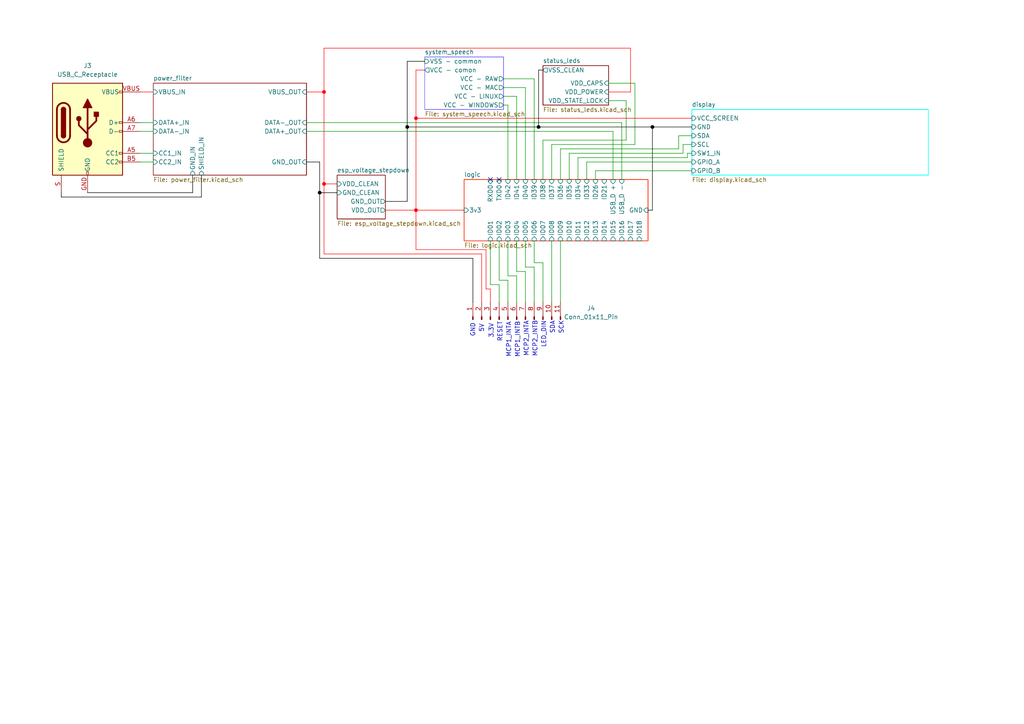
<source format=kicad_sch>
(kicad_sch (version 20250114) (generator "eeschema") (generator_version "9.0")
  (paper "A4")
  (title_block (title "Driver logic") (date "2026-02-10") (rev "1 - do not edit connector pin layout.") (company "Henry's Software House") (comment 1 "The logic required to drive the keyboard.") (comment 2 "Logic based on an ESP32-S2-wroover"))
  (lib_symbols
    (symbol "Connector:Conn_01x11_Pin" (pin_names (offset 1.016) (hide yes))
      (property "Reference" "J" (at 0 15.24 0))
      (property "Value" "Conn_01x11_Pin" (at 0 -15.24 0))
      (symbol "Conn_01x11_Pin_1_1"
        (rectangle (start 0.8636 12.827) (end 0 12.573) (stroke (width 0.1524)) (fill (type outline)))
        (rectangle (start 0.8636 10.287) (end 0 10.033) (stroke (width 0.1524)) (fill (type outline)))
        (rectangle (start 0.8636 7.747) (end 0 7.493) (stroke (width 0.1524)) (fill (type outline)))
        (rectangle (start 0.8636 5.207) (end 0 4.953) (stroke (width 0.1524)) (fill (type outline)))
        (rectangle (start 0.8636 2.667) (end 0 2.413) (stroke (width 0.1524)) (fill (type outline)))
        (rectangle (start 0.8636 0.127) (end 0 -0.127) (stroke (width 0.1524)) (fill (type outline)))
        (rectangle (start 0.8636 -2.413) (end 0 -2.667) (stroke (width 0.1524)) (fill (type outline)))
        (rectangle (start 0.8636 -4.953) (end 0 -5.207) (stroke (width 0.1524)) (fill (type outline)))
        (rectangle (start 0.8636 -7.493) (end 0 -7.747) (stroke (width 0.1524)) (fill (type outline)))
        (rectangle (start 0.8636 -10.033) (end 0 -10.287) (stroke (width 0.1524)) (fill (type outline)))
        (rectangle (start 0.8636 -12.573) (end 0 -12.827) (stroke (width 0.1524)) (fill (type outline)))
        (polyline (pts (xy 1.27 12.7) (xy 0.8636 12.7)) (stroke (width 0.1524)))
        (polyline (pts (xy 1.27 10.16) (xy 0.8636 10.16)) (stroke (width 0.1524)))
        (polyline (pts (xy 1.27 7.62) (xy 0.8636 7.62)) (stroke (width 0.1524)))
        (polyline (pts (xy 1.27 5.08) (xy 0.8636 5.08)) (stroke (width 0.1524)))
        (polyline (pts (xy 1.27 2.54) (xy 0.8636 2.54)) (stroke (width 0.1524)))
        (polyline (pts (xy 1.27 0) (xy 0.8636 0)) (stroke (width 0.1524)))
        (polyline (pts (xy 1.27 -2.54) (xy 0.8636 -2.54)) (stroke (width 0.1524)))
        (polyline (pts (xy 1.27 -5.08) (xy 0.8636 -5.08)) (stroke (width 0.1524)))
        (polyline (pts (xy 1.27 -7.62) (xy 0.8636 -7.62)) (stroke (width 0.1524)))
        (polyline (pts (xy 1.27 -10.16) (xy 0.8636 -10.16)) (stroke (width 0.1524)))
        (polyline (pts (xy 1.27 -12.7) (xy 0.8636 -12.7)) (stroke (width 0.1524)))
        (pin passive line (at 5.08 12.7 180) (length 3.81) (name "Pin_1") (number "1"))
        (pin passive line (at 5.08 10.16 180) (length 3.81) (name "Pin_2") (number "2"))
        (pin passive line (at 5.08 7.62 180) (length 3.81) (name "Pin_3") (number "3"))
        (pin passive line (at 5.08 5.08 180) (length 3.81) (name "Pin_4") (number "4"))
        (pin passive line (at 5.08 2.54 180) (length 3.81) (name "Pin_5") (number "5"))
        (pin passive line (at 5.08 0 180) (length 3.81) (name "Pin_6") (number "6"))
        (pin passive line (at 5.08 -2.54 180) (length 3.81) (name "Pin_7") (number "7"))
        (pin passive line (at 5.08 -5.08 180) (length 3.81) (name "Pin_8") (number "8"))
        (pin passive line (at 5.08 -7.62 180) (length 3.81) (name "Pin_9") (number "9"))
        (pin passive line (at 5.08 -10.16 180) (length 3.81) (name "Pin_10") (number "10"))
        (pin passive line (at 5.08 -12.7 180) (length 3.81) (name "Pin_11") (number "11"))
      )
    )
    (symbol "PCM_SparkFun-Connector:USB_C_Receptacle" (pin_names (offset 1.016))
      (property "Reference" "J" (at -10.16 12.7 0))
      (property "Value" "USB_C_Receptacle" (at 19.05 12.7 0))
      (symbol "USB_C_Receptacle_0_0"
        (rectangle (start -0.254 -15.24) (end 0.254 -14.224))
        (rectangle (start 10.16 9.144) (end 9.144 8.636))
        (rectangle (start 10.16 0.254) (end 9.144 -0.254))
        (rectangle (start 10.16 -2.286) (end 9.144 -2.794))
        (rectangle (start 10.16 -8.636) (end 9.144 -9.144))
        (rectangle (start 10.16 -11.176) (end 9.144 -11.684))
      )
      (symbol "USB_C_Receptacle_0_1"
        (rectangle (start -10.16 11.43) (end 10.16 -15.24) (stroke (width 0.254)) (fill (type background)))
        (polyline (pts (xy -8.89 -3.81) (xy -8.89 3.81)) (stroke (width 0.508)))
        (rectangle (start -7.62 -3.81) (end -6.35 3.81) (stroke (width 0.254)) (fill (type outline)))
        (arc (start -7.62 3.81) (mid -6.985 4.4423) (end -6.35 3.81) (stroke (width 0.254)))
        (arc (start -7.62 3.81) (mid -6.985 4.4423) (end -6.35 3.81) (stroke (width 0.254)) (fill (type outline)))
        (arc (start -8.89 3.81) (mid -6.985 5.7067) (end -5.08 3.81) (stroke (width 0.508)))
        (arc (start -5.08 -3.81) (mid -6.985 -5.7067) (end -8.89 -3.81) (stroke (width 0.508)))
        (arc (start -6.35 -3.81) (mid -6.985 -4.4423) (end -7.62 -3.81) (stroke (width 0.254)))
        (arc (start -6.35 -3.81) (mid -6.985 -4.4423) (end -7.62 -3.81) (stroke (width 0.254)) (fill (type outline)))
        (polyline (pts (xy -5.08 3.81) (xy -5.08 -3.81)) (stroke (width 0.508)))
        (circle (center -2.54 1.143) (radius 0.635) (stroke (width 0.254)) (fill (type outline)))
        (polyline (pts (xy -1.27 4.318) (xy 0 6.858) (xy 1.27 4.318) (xy -1.27 4.318)) (stroke (width 0.254)) (fill (type outline)))
        (polyline (pts (xy 0 -2.032) (xy 2.54 0.508) (xy 2.54 1.778)) (stroke (width 0.508)))
        (polyline (pts (xy 0 -3.302) (xy -2.54 -0.762) (xy -2.54 0.508)) (stroke (width 0.508)))
        (polyline (pts (xy 0 -5.842) (xy 0 4.318)) (stroke (width 0.508)))
        (circle (center 0 -5.842) (radius 1.27) (fill (type outline)))
        (rectangle (start 1.905 1.778) (end 3.175 3.048) (stroke (width 0.254)) (fill (type outline)))
      )
      (symbol "USB_C_Receptacle_1_1"
        (pin passive line (at -7.62 -20.32 90) (length 5.08) (name "SHIELD") (number "S"))
        (pin no_connect line (at -5.08 -15.24 90) (length 5.08) (hide yes) (name "NC") (number "NC1"))
        (pin no_connect line (at -3.81 -15.24 90) (length 5.08) (hide yes) (name "NC") (number "NC2"))
        (pin no_connect line (at -2.54 -15.24 90) (length 5.08) (hide yes) (name "NC") (number "NC3"))
        (pin passive line (at 0 -20.32 90) (length 5.08) (name "GND") (number "GND"))
        (pin no_connect line (at 2.54 -15.24 90) (length 5.08) (hide yes) (name "NC") (number "A8"))
        (pin no_connect line (at 3.81 -15.24 90) (length 5.08) (hide yes) (name "NC") (number "B8"))
        (pin power_out line (at 15.24 8.89 180) (length 5.08) (name "VBUS") (number "VBUS"))
        (pin bidirectional line (at 15.24 0 180) (length 5.08) (name "D+") (number "A6"))
        (pin bidirectional line (at 15.24 0 180) (length 5.08) (hide yes) (name "D+") (number "B6"))
        (pin bidirectional line (at 15.24 -2.54 180) (length 5.08) (name "D-") (number "A7"))
        (pin bidirectional line (at 15.24 -2.54 180) (length 5.08) (hide yes) (name "D-") (number "B7"))
        (pin bidirectional line (at 15.24 -8.89 180) (length 5.08) (name "CC1") (number "A5"))
        (pin bidirectional line (at 15.24 -11.43 180) (length 5.08) (name "CC2") (number "B5"))
      )
    )
  )
  (text "RESET" (at 145.034 96.266 90) (effects (font (size 1.27 1.27))))
  (text "LED_DIN" (at 157.734 97.028 90) (effects (font (size 1.27 1.27))))
  (text "GND" (at 137.16 95.758 90) (effects (font (size 1.27 1.27))))
  (text "MCP1_INTA" (at 147.574 98.552 90) (effects (font (size 1.27 1.27))))
  (text "MCP2_INTB" (at 155.194 98.298 90) (effects (font (size 1.27 1.27))))
  (text "5V" (at 139.7 95.25 90) (effects (font (size 1.27 1.27))))
  (text "MCP1_INTB" (at 150.114 98.552 90) (effects (font (size 1.27 1.27))))
  (text "MCP2_INTA" (at 152.654 98.298 90) (effects (font (size 1.27 1.27))))
  (text "3.3V" (at 142.494 96.012 90) (effects (font (size 1.27 1.27))))
  (text "SDA" (at 160.274 94.996 90) (effects (font (size 1.27 1.27))))
  (text "SCK" (at 162.814 94.996 90) (effects (font (size 1.27 1.27))))
  (junction (at 118.11 36.83) (color 0 0 0 1))
  (junction (at 92.71 55.88) (color 0 0 0 1))
  (junction (at 189.23 36.83) (color 0 0 0 1))
  (junction (at 120.65 34.29) (color 255 0 0 1))
  (junction (at 93.98 26.67) (color 255 0 0 1))
  (junction (at 93.98 53.34) (color 255 0 0 1))
  (junction (at 156.21 36.83) (color 0 0 0 1))
  (junction (at 120.65 60.96) (color 255 0 0 1))
  (no_connect (at 142.24 52.07))
  (no_connect (at 144.78 52.07))
  (wire (pts (xy 154.94 22.86) (xy 154.94 52.07)))
  (wire (pts (xy 167.64 45.72) (xy 199.39 45.72)))
  (wire (pts (xy 118.11 36.83) (xy 118.11 58.42)) (stroke (width 0) (color 0 0 0 1)))
  (wire (pts (xy 118.11 17.78) (xy 123.19 17.78)) (stroke (width 0) (color 0 0 0 1)))
  (wire (pts (xy 139.7 73.66) (xy 139.7 87.63)) (stroke (width 0) (color 255 0 0 1)))
  (wire (pts (xy 154.94 77.47) (xy 154.94 87.63)))
  (wire (pts (xy 200.66 41.91) (xy 198.12 41.91)))
  (wire (pts (xy 172.72 49.53) (xy 200.66 49.53)))
  (wire (pts (xy 157.48 76.2) (xy 157.48 87.63)))
  (wire (pts (xy 156.21 36.83) (xy 189.23 36.83)) (stroke (width 0) (color 0 0 0 1)))
  (wire (pts (xy 184.15 24.13) (xy 184.15 41.91)))
  (wire (pts (xy 180.34 35.56) (xy 180.34 52.07)))
  (wire (pts (xy 88.9 35.56) (xy 180.34 35.56)))
  (wire (pts (xy 40.64 46.99) (xy 44.45 46.99)))
  (wire (pts (xy 176.53 24.13) (xy 184.15 24.13)))
  (wire (pts (xy 40.64 38.1) (xy 44.45 38.1)))
  (wire (pts (xy 140.97 72.39) (xy 140.97 83.82)) (stroke (width 0) (color 255 0 0 1)))
  (wire (pts (xy 137.16 74.93) (xy 137.16 87.63)) (stroke (width 0) (color 0 0 0 1)))
  (wire (pts (xy 120.65 34.29) (xy 120.65 60.96)) (stroke (width 0) (color 255 0 0 1)))
  (wire (pts (xy 142.24 83.82) (xy 142.24 87.63)) (stroke (width 0) (color 255 0 0 1)))
  (wire (pts (xy 147.32 80.01) (xy 149.86 80.01)))
  (wire (pts (xy 146.05 25.4) (xy 152.4 25.4)))
  (wire (pts (xy 162.56 43.18) (xy 162.56 52.07)))
  (wire (pts (xy 149.86 80.01) (xy 149.86 87.63)))
  (wire (pts (xy 58.42 50.8) (xy 58.42 57.15)) (stroke (width 0) (color 0 0 0 1)))
  (wire (pts (xy 55.88 50.8) (xy 55.88 55.88)) (stroke (width 0) (color 0 0 0 1)))
  (wire (pts (xy 149.86 78.74) (xy 152.4 78.74)))
  (wire (pts (xy 187.96 60.96) (xy 189.23 60.96)) (stroke (width 0) (color 0 0 0 1)))
  (wire (pts (xy 149.86 27.94) (xy 149.86 52.07)))
  (wire (pts (xy 144.78 81.28) (xy 147.32 81.28)))
  (wire (pts (xy 111.76 60.96) (xy 120.65 60.96)) (stroke (width 0) (color 255 0 0 1)))
  (wire (pts (xy 181.61 29.21) (xy 181.61 40.64)))
  (wire (pts (xy 92.71 55.88) (xy 97.79 55.88)) (stroke (width 0) (color 0 0 0 1)))
  (wire (pts (xy 92.71 55.88) (xy 92.71 74.93)) (stroke (width 0) (color 0 0 0 1)))
  (wire (pts (xy 88.9 46.99) (xy 92.71 46.99)) (stroke (width 0) (color 0 0 0 1)))
  (wire (pts (xy 156.21 20.32) (xy 156.21 36.83)) (stroke (width 0) (color 0 0 0 1)))
  (wire (pts (xy 170.18 52.07) (xy 170.18 46.99)))
  (wire (pts (xy 58.42 57.15) (xy 17.78 57.15)) (stroke (width 0) (color 0 0 0 1)))
  (wire (pts (xy 170.18 46.99) (xy 200.66 46.99)))
  (wire (pts (xy 152.4 25.4) (xy 152.4 52.07)))
  (wire (pts (xy 88.9 26.67) (xy 93.98 26.67)) (stroke (width 0) (color 255 0 0 1)))
  (wire (pts (xy 157.48 40.64) (xy 157.48 52.07)))
  (wire (pts (xy 149.86 69.85) (xy 149.86 78.74)))
  (wire (pts (xy 120.65 72.39) (xy 140.97 72.39)) (stroke (width 0) (color 255 0 0 1)))
  (wire (pts (xy 199.39 44.45) (xy 199.39 45.72)))
  (wire (pts (xy 182.88 13.97) (xy 93.98 13.97)) (stroke (width 0) (color 255 0 0 1)))
  (wire (pts (xy 189.23 36.83) (xy 200.66 36.83)) (stroke (width 0) (color 0 0 0 1)))
  (wire (pts (xy 92.71 74.93) (xy 137.16 74.93)) (stroke (width 0) (color 0 0 0 1)))
  (wire (pts (xy 146.05 27.94) (xy 149.86 27.94)))
  (wire (pts (xy 147.32 52.07) (xy 147.32 30.48)))
  (wire (pts (xy 189.23 36.83) (xy 189.23 60.96)) (stroke (width 0) (color 0 0 0 1)))
  (wire (pts (xy 93.98 53.34) (xy 97.79 53.34)) (stroke (width 0) (color 255 0 0 1)))
  (wire (pts (xy 160.02 69.85) (xy 160.02 87.63)))
  (wire (pts (xy 157.48 20.32) (xy 156.21 20.32)) (stroke (width 0) (color 0 0 0 1)))
  (wire (pts (xy 146.05 30.48) (xy 147.32 30.48)))
  (wire (pts (xy 88.9 38.1) (xy 177.8 38.1)))
  (wire (pts (xy 165.1 44.45) (xy 165.1 52.07)))
  (wire (pts (xy 184.15 41.91) (xy 160.02 41.91)))
  (wire (pts (xy 140.97 83.82) (xy 142.24 83.82)) (stroke (width 0) (color 255 0 0 1)))
  (wire (pts (xy 144.78 69.85) (xy 144.78 81.28)))
  (wire (pts (xy 118.11 36.83) (xy 156.21 36.83)) (stroke (width 0) (color 0 0 0 1)))
  (wire (pts (xy 147.32 81.28) (xy 147.32 87.63)))
  (wire (pts (xy 152.4 77.47) (xy 154.94 77.47)))
  (wire (pts (xy 93.98 13.97) (xy 93.98 26.67)) (stroke (width 0) (color 255 0 0 1)))
  (wire (pts (xy 123.19 20.32) (xy 120.65 20.32)) (stroke (width 0) (color 255 0 0 1)))
  (wire (pts (xy 181.61 40.64) (xy 157.48 40.64)))
  (wire (pts (xy 177.8 38.1) (xy 177.8 52.07)))
  (wire (pts (xy 147.32 69.85) (xy 147.32 80.01)))
  (wire (pts (xy 198.12 41.91) (xy 198.12 44.45)))
  (wire (pts (xy 152.4 69.85) (xy 152.4 77.47)))
  (wire (pts (xy 144.78 82.55) (xy 144.78 87.63)))
  (wire (pts (xy 167.64 52.07) (xy 167.64 45.72)))
  (wire (pts (xy 182.88 26.67) (xy 182.88 13.97)) (stroke (width 0) (color 255 0 0 1)))
  (wire (pts (xy 200.66 39.37) (xy 196.85 39.37)))
  (wire (pts (xy 55.88 55.88) (xy 25.4 55.88)) (stroke (width 0) (color 0 0 0 1)))
  (wire (pts (xy 120.65 60.96) (xy 120.65 72.39)) (stroke (width 0) (color 255 0 0 1)))
  (wire (pts (xy 152.4 78.74) (xy 152.4 87.63)))
  (wire (pts (xy 120.65 20.32) (xy 120.65 34.29)) (stroke (width 0) (color 255 0 0 1)))
  (wire (pts (xy 120.65 34.29) (xy 200.66 34.29)) (stroke (width 0) (color 255 0 0 1)))
  (wire (pts (xy 40.64 26.67) (xy 44.45 26.67)) (stroke (width 0) (color 255 0 0 1)))
  (wire (pts (xy 200.66 44.45) (xy 199.39 44.45)))
  (wire (pts (xy 93.98 73.66) (xy 139.7 73.66)) (stroke (width 0) (color 255 0 0 1)))
  (wire (pts (xy 92.71 46.99) (xy 92.71 55.88)) (stroke (width 0) (color 0 0 0 1)))
  (wire (pts (xy 40.64 44.45) (xy 44.45 44.45)))
  (wire (pts (xy 165.1 44.45) (xy 198.12 44.45)))
  (wire (pts (xy 93.98 26.67) (xy 93.98 53.34)) (stroke (width 0) (color 255 0 0 1)))
  (wire (pts (xy 154.94 76.2) (xy 154.94 69.85)))
  (wire (pts (xy 142.24 82.55) (xy 144.78 82.55)))
  (wire (pts (xy 176.53 29.21) (xy 181.61 29.21)))
  (wire (pts (xy 120.65 60.96) (xy 134.62 60.96)) (stroke (width 0) (color 255 0 0 1)))
  (wire (pts (xy 142.24 69.85) (xy 142.24 82.55)))
  (wire (pts (xy 17.78 57.15) (xy 17.78 55.88)) (stroke (width 0) (color 0 0 0 1)))
  (wire (pts (xy 176.53 26.67) (xy 182.88 26.67)) (stroke (width 0) (color 255 0 0 1)))
  (wire (pts (xy 160.02 41.91) (xy 160.02 52.07)))
  (wire (pts (xy 172.72 52.07) (xy 172.72 49.53)))
  (wire (pts (xy 93.98 53.34) (xy 93.98 73.66)) (stroke (width 0) (color 255 0 0 1)))
  (wire (pts (xy 118.11 17.78) (xy 118.11 36.83)) (stroke (width 0) (color 0 0 0 1)))
  (wire (pts (xy 162.56 43.18) (xy 196.85 43.18)))
  (wire (pts (xy 196.85 39.37) (xy 196.85 43.18)))
  (wire (pts (xy 162.56 69.85) (xy 162.56 87.63)))
  (wire (pts (xy 154.94 76.2) (xy 157.48 76.2)))
  (wire (pts (xy 111.76 58.42) (xy 118.11 58.42)) (stroke (width 0) (color 0 0 0 1)))
  (wire (pts (xy 40.64 35.56) (xy 44.45 35.56)))
  (wire (pts (xy 146.05 22.86) (xy 154.94 22.86)))
  (symbol (lib_id "Connector:Conn_01x11_Pin") (at 149.86 92.71 90) (unit 1)
    (property "Reference" "J4" (at 171.45 89.408 90))
    (property "Value" "Conn_01x11_Pin" (at 171.45 91.948 90))
    (property "Footprint" "Connector_PinHeader_2.00mm:PinHeader_1x11_P2.00mm_Horizontal" (effects (hide yes)))
    (property "Description" "Generic connector, single row, 01x11, script generated" (effects (hide yes)))
  )
  (symbol (lib_id "PCM_SparkFun-Connector:USB_C_Receptacle") (at 25.4 35.56 0) (unit 1)
    (property "Reference" "J3" (at 25.4 19.05 0))
    (property "Value" "USB_C_Receptacle" (at 25.4 21.59 0))
    (property "Footprint" "PCM_SparkFun-Connector:USB-C_16" (effects (hide yes)))
    (property "Datasheet" "https://www.usb.org/sites/default/files/documents/usb_type-c.zip" (effects (hide yes)))
    (property "Description" "USB 2.0-only Type-C Receptacle connector" (effects (hide yes)))
    (property "PROD_ID" "CONN-14122" (effects (hide yes)))
  )
  (sheet (at 157.48 19.05) (size 19.05 11.43) (stroke (width 0.1524))
    (property "Sheetname" "status_leds" (at 157.48 18.3384 0) (effects (justify left bottom)))
    (property "Sheetfile" "status_leds.kicad_sch" (at 157.48 31.0646 0) (effects (justify left top)))
    (pin "VDD_CAPS" input (at 176.53 24.13 0))
    (pin "VDD_POWER" input (at 176.53 26.67 0))
    (pin "VDD_STATE_LOCK" input (at 176.53 29.21 0))
    (pin "VSS_CLEAN" output (at 157.48 20.32 180))
  )
  (sheet (at 44.45 24.13) (size 44.45 26.67) (stroke (width 0.1524))
    (property "Sheetname" "power_filter" (at 44.45 23.4184 0) (effects (justify left bottom)))
    (property "Sheetfile" "power_filter.kicad_sch" (at 44.45 51.3846 0) (effects (justify left top)))
    (pin "CC1_IN" input (at 44.45 44.45 180))
    (pin "CC2_IN" input (at 44.45 46.99 180))
    (pin "DATA+_IN" input (at 44.45 35.56 180))
    (pin "DATA-_IN" input (at 44.45 38.1 180))
    (pin "GND_IN" input (at 55.88 50.8 270))
    (pin "SHIELD_IN" input (at 58.42 50.8 270))
    (pin "VBUS_IN" input (at 44.45 26.67 180))
    (pin "DATA+_OUT" input (at 88.9 38.1 0))
    (pin "DATA-_OUT" input (at 88.9 35.56 0))
    (pin "GND_OUT" input (at 88.9 46.99 0))
    (pin "VBUS_OUT" input (at 88.9 26.67 0))
  )
  (sheet (at 97.79 50.8) (size 13.97 12.7) (stroke (width 0.1524))
    (property "Sheetname" "esp_voltage_stepdown" (at 97.79 50.0884 0) (effects (justify left bottom)))
    (property "Sheetfile" "esp_voltage_stepdown.kicad_sch" (at 97.79 64.0846 0) (effects (justify left top)))
    (pin "GND_CLEAN" input (at 97.79 55.88 180))
    (pin "GND_OUT" output (at 111.76 58.42 0))
    (pin "VDD_CLEAN" input (at 97.79 53.34 180))
    (pin "VDD_OUT" output (at 111.76 60.96 0))
  )
  (sheet (at 134.62 52.07) (size 53.34 17.78) (stroke (width 0.1524) (color 255 42 0 1))
    (property "Sheetname" "logic" (at 134.62 51.3584 0) (effects (justify left bottom)))
    (property "Sheetfile" "logic.kicad_sch" (at 134.62 70.4346 0) (effects (justify left top)))
    (pin "3v3" input (at 134.62 60.96 180))
    (pin "GND" input (at 187.96 60.96 0))
    (pin "ID01" input (at 142.24 69.85 270))
    (pin "ID02" input (at 144.78 69.85 270))
    (pin "ID03" input (at 147.32 69.85 270))
    (pin "ID04" input (at 149.86 69.85 270))
    (pin "ID05" input (at 152.4 69.85 270))
    (pin "ID06" input (at 154.94 69.85 270))
    (pin "ID07" input (at 157.48 69.85 270))
    (pin "ID08" input (at 160.02 69.85 270))
    (pin "ID09" input (at 162.56 69.85 270))
    (pin "ID10" input (at 165.1 69.85 270))
    (pin "ID11" input (at 167.64 69.85 270))
    (pin "ID12" input (at 170.18 69.85 270))
    (pin "ID13" input (at 172.72 69.85 270))
    (pin "ID14" input (at 175.26 69.85 270))
    (pin "ID15" input (at 177.8 69.85 270))
    (pin "ID16" input (at 180.34 69.85 270))
    (pin "ID17" input (at 182.88 69.85 270))
    (pin "ID18" input (at 185.42 69.85 270))
    (pin "ID21" input (at 175.26 52.07 90))
    (pin "ID26" input (at 172.72 52.07 90))
    (pin "ID33" input (at 170.18 52.07 90))
    (pin "ID34" input (at 167.64 52.07 90))
    (pin "ID35" input (at 165.1 52.07 90))
    (pin "ID36" input (at 162.56 52.07 90))
    (pin "ID37" input (at 160.02 52.07 90))
    (pin "ID38" input (at 157.48 52.07 90))
    (pin "ID39" input (at 154.94 52.07 90))
    (pin "ID40" input (at 152.4 52.07 90))
    (pin "ID41" input (at 149.86 52.07 90))
    (pin "ID42" input (at 147.32 52.07 90))
    (pin "RXD0" input (at 142.24 52.07 90))
    (pin "TXD0" input (at 144.78 52.07 90))
    (pin "USB_D +" input (at 177.8 52.07 90))
    (pin "USB_D -" input (at 180.34 52.07 90))
  )
  (sheet (at 200.66 31.75) (size 68.58 19.05) (stroke (width 0.1524) (color 0 255 252 1))
    (property "Sheetname" "display" (at 200.66 31.0384 0) (effects (justify left bottom)))
    (property "Sheetfile" "display.kicad_sch" (at 200.66 51.3846 0) (effects (justify left top)))
    (pin "GND" input (at 200.66 36.83 180))
    (pin "SCL" input (at 200.66 41.91 180))
    (pin "SDA" input (at 200.66 39.37 180))
    (pin "SW1_IN" input (at 200.66 44.45 180))
    (pin "VCC_SCREEN" input (at 200.66 34.29 180))
    (pin "GPIO_A" input (at 200.66 46.99 180))
    (pin "GPIO_B" input (at 200.66 49.53 180))
  )
  (sheet (at 123.19 16.51) (size 22.86 15.24) (stroke (width 0.1524) (color 123 104 255 1))
    (property "Sheetname" "system_speech" (at 123.19 15.7984 0) (effects (justify left bottom)))
    (property "Sheetfile" "system_speech.kicad_sch" (at 123.19 32.3346 0) (effects (justify left top)))
    (pin "VCC - comon" output (at 123.19 20.32 180))
    (pin "VCC - LINUX" output (at 146.05 27.94 0))
    (pin "VCC - MAC" output (at 146.05 25.4 0))
    (pin "VCC - RAW" output (at 146.05 22.86 0))
    (pin "VCC - WINDOWS" output (at 146.05 30.48 0))
    (pin "VSS - common" input (at 123.19 17.78 180))
  )
)
</source>
